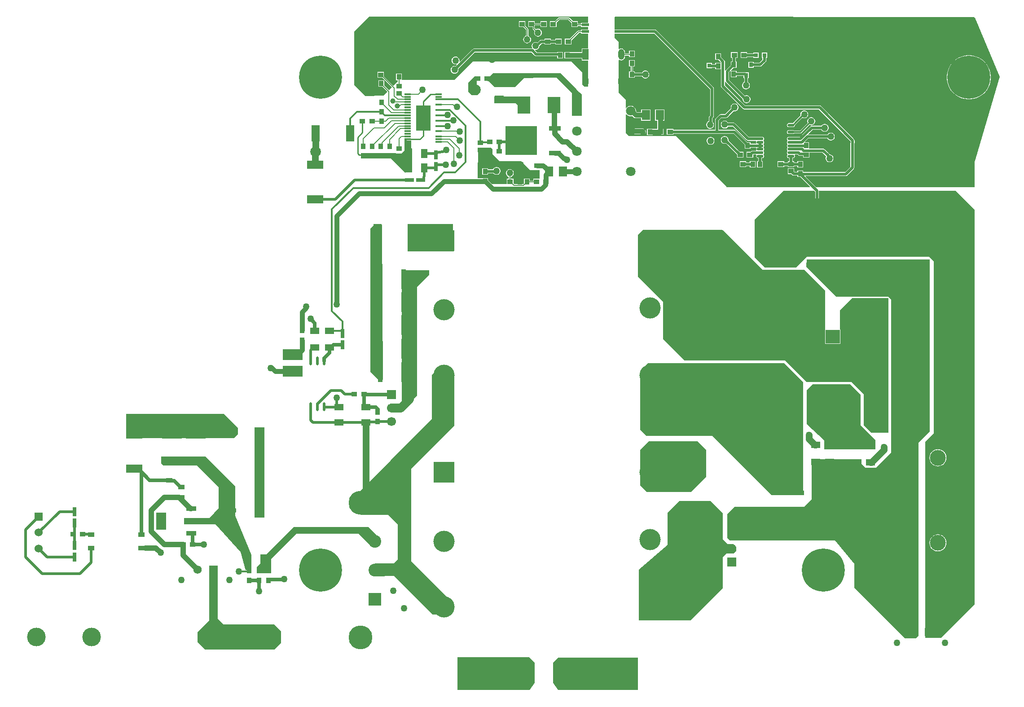
<source format=gtl>
G04*
G04 #@! TF.GenerationSoftware,Altium Limited,Altium Designer,22.5.1 (42)*
G04*
G04 Layer_Physical_Order=1*
G04 Layer_Color=255*
%FSLAX25Y25*%
%MOIN*%
G70*
G04*
G04 #@! TF.SameCoordinates,02EF2946-DDE5-4D11-B7C9-AFF3A69701B4*
G04*
G04*
G04 #@! TF.FilePolarity,Positive*
G04*
G01*
G75*
%ADD11C,0.00787*%
%ADD14C,0.01000*%
%ADD15C,0.00800*%
%ADD17C,0.03937*%
%ADD20R,0.03150X0.03150*%
%ADD21R,0.03543X0.03937*%
%ADD22R,0.03150X0.03543*%
%ADD23R,0.03150X0.03150*%
%ADD24O,0.05118X0.01968*%
%ADD25R,0.10787X0.15197*%
%ADD26R,0.03937X0.03543*%
%ADD27R,0.06693X0.04528*%
%ADD28R,0.06102X0.07284*%
%ADD29R,0.05512X0.02165*%
%ADD30O,0.04500X0.08000*%
%ADD31R,0.04500X0.08000*%
%ADD32R,0.09843X0.03543*%
%ADD33R,0.09449X0.12402*%
%ADD34R,0.23622X0.21457*%
%ADD35R,0.09055X0.03740*%
%ADD36R,0.07087X0.05118*%
%ADD37R,0.10787X0.18701*%
%ADD38R,0.04921X0.01378*%
%ADD39R,0.05118X0.07087*%
%ADD40R,0.06890X0.02756*%
%ADD41R,0.02756X0.06890*%
%ADD42O,0.02165X0.06496*%
%ADD43R,0.14764X0.08268*%
%ADD44R,0.03543X0.14961*%
%ADD45R,0.06299X0.12205*%
%ADD46R,0.14961X0.03543*%
%ADD47R,0.04528X0.06693*%
%ADD48R,0.12205X0.06299*%
%ADD49R,0.04803X0.03583*%
%ADD50R,0.05118X0.03543*%
%ADD51R,0.07677X0.03543*%
%ADD52R,0.07677X0.12795*%
%ADD93C,0.05000*%
%ADD94C,0.06181*%
%ADD95R,0.06181X0.06181*%
%ADD108C,0.10827*%
%ADD109R,0.10827X0.10827*%
%ADD110C,0.11811*%
%ADD116C,0.01968*%
%ADD117C,0.03543*%
%ADD118C,0.02500*%
%ADD119C,0.06299*%
%ADD120C,0.02000*%
%ADD121C,0.01200*%
%ADD122C,0.01378*%
%ADD123C,0.05000*%
%ADD124C,0.15748*%
%ADD125R,0.15748X0.15748*%
%ADD126C,0.06000*%
%ADD127R,0.06000X0.06000*%
G04:AMPARAMS|DCode=128|XSize=55.12mil|YSize=55.12mil|CornerRadius=13.78mil|HoleSize=0mil|Usage=FLASHONLY|Rotation=90.000|XOffset=0mil|YOffset=0mil|HoleType=Round|Shape=RoundedRectangle|*
%AMROUNDEDRECTD128*
21,1,0.05512,0.02756,0,0,90.0*
21,1,0.02756,0.05512,0,0,90.0*
1,1,0.02756,0.01378,0.01378*
1,1,0.02756,0.01378,-0.01378*
1,1,0.02756,-0.01378,-0.01378*
1,1,0.02756,-0.01378,0.01378*
%
%ADD128ROUNDEDRECTD128*%
%ADD129C,0.05512*%
%ADD130C,0.13780*%
%ADD131R,0.06693X0.06693*%
%ADD132C,0.06693*%
%ADD133C,0.07087*%
%ADD134R,0.07087X0.07087*%
%ADD135R,0.09449X0.09449*%
%ADD136C,0.09449*%
%ADD137C,0.17717*%
G04:AMPARAMS|DCode=138|XSize=55.12mil|YSize=55.12mil|CornerRadius=13.78mil|HoleSize=0mil|Usage=FLASHONLY|Rotation=0.000|XOffset=0mil|YOffset=0mil|HoleType=Round|Shape=RoundedRectangle|*
%AMROUNDEDRECTD138*
21,1,0.05512,0.02756,0,0,0.0*
21,1,0.02756,0.05512,0,0,0.0*
1,1,0.02756,0.01378,-0.01378*
1,1,0.02756,-0.01378,-0.01378*
1,1,0.02756,-0.01378,0.01378*
1,1,0.02756,0.01378,0.01378*
%
%ADD138ROUNDEDRECTD138*%
%ADD139R,0.10630X0.09843*%
%ADD140O,0.10630X0.09843*%
%ADD141O,0.11811X0.21654*%
%ADD142C,0.31890*%
%ADD143C,0.07874*%
%ADD144C,0.01968*%
%ADD145C,0.03937*%
G36*
X697539Y495520D02*
X692146D01*
Y494846D01*
X689862D01*
Y496665D01*
X686273D01*
X683771Y499168D01*
X683510Y499342D01*
X683203Y499403D01*
X675643D01*
X675643Y499403D01*
X675336Y499342D01*
X675076Y499168D01*
X672573Y496665D01*
X669181D01*
Y492335D01*
X673906D01*
Y495727D01*
X675976Y497797D01*
X682871D01*
X685138Y495530D01*
Y492335D01*
X689862D01*
Y493240D01*
X692146D01*
Y492567D01*
X697539D01*
Y490520D01*
X692146D01*
Y489846D01*
X690327D01*
X690020Y489785D01*
X689759Y489611D01*
X683813Y483665D01*
X680224D01*
Y479335D01*
X684949D01*
Y482530D01*
X690659Y488240D01*
X692146D01*
Y487567D01*
X697539D01*
Y476437D01*
X692856D01*
Y473708D01*
X684165D01*
Y473862D01*
X679835D01*
Y471713D01*
X679792Y471500D01*
X679835Y471287D01*
Y469138D01*
X684165D01*
Y469292D01*
X692856D01*
Y467650D01*
X697539D01*
Y448327D01*
X694424D01*
X693935Y448728D01*
X693408Y449371D01*
X693300Y449512D01*
X693110Y449776D01*
Y458858D01*
X685039Y466929D01*
X612008D01*
X598228Y453150D01*
X559116D01*
Y457710D01*
X554785D01*
Y452985D01*
X556141D01*
Y452204D01*
X552853Y448916D01*
X545899Y455870D01*
Y459056D01*
X541175D01*
Y454725D01*
X544755D01*
X551709Y447772D01*
X549520Y445583D01*
X545931Y449173D01*
Y452753D01*
X541600D01*
Y448028D01*
X544786D01*
X548376Y444439D01*
X545472Y441535D01*
X532111Y441118D01*
X523721Y449508D01*
X523720Y488967D01*
X534753Y500000D01*
X558661D01*
X558760Y500098D01*
X697539D01*
Y495520D01*
D02*
G37*
G36*
X656600Y458100D02*
X656600Y458100D01*
X677000D01*
X688872Y446228D01*
X689015Y445960D01*
X689985Y444778D01*
X691167Y443808D01*
X691435Y443665D01*
X692600Y442500D01*
Y426400D01*
X685500D01*
X685400Y426500D01*
Y443200D01*
X673900Y454700D01*
X656700D01*
X656600Y454600D01*
X649900D01*
X643200Y447900D01*
X627900D01*
X623500Y452300D01*
X622737D01*
Y455482D01*
X623095Y455831D01*
X624300Y455800D01*
X626700Y458200D01*
X656559D01*
X656600Y458100D01*
D02*
G37*
G36*
X614863Y446816D02*
X617200D01*
Y443900D01*
X615000Y441700D01*
X611200D01*
X608500Y444400D01*
Y451000D01*
X613400Y455900D01*
X614863D01*
Y446816D01*
D02*
G37*
G36*
X628700Y440700D02*
X654400D01*
Y428300D01*
X645000D01*
Y434600D01*
X643700Y435900D01*
X628157D01*
X627806Y436257D01*
X627889Y440861D01*
X628352Y441048D01*
X628700Y440700D01*
D02*
G37*
G36*
X984153Y499902D02*
X984744Y499311D01*
X1003000Y455409D01*
X984744Y393012D01*
X984449Y392717D01*
Y373622D01*
X866625D01*
X858854Y381393D01*
X859045Y381855D01*
X888860D01*
X889398Y381962D01*
X889853Y382266D01*
X894593Y387007D01*
X894898Y387462D01*
X895005Y388000D01*
Y405681D01*
X895183Y405947D01*
X895290Y406485D01*
Y408115D01*
X895183Y408653D01*
X894878Y409109D01*
X870293Y433694D01*
X869838Y433998D01*
X869300Y434105D01*
X813982D01*
X798905Y449182D01*
Y451898D01*
X799402Y451962D01*
X799707Y451507D01*
X812206Y439007D01*
Y438419D01*
X812403Y437683D01*
X812784Y437023D01*
X813323Y436484D01*
X813983Y436103D01*
X814719Y435906D01*
X815481D01*
X816217Y436103D01*
X816877Y436484D01*
X817416Y437023D01*
X817797Y437683D01*
X817994Y438419D01*
Y439181D01*
X817797Y439917D01*
X817416Y440577D01*
X816877Y441116D01*
X816217Y441497D01*
X815481Y441694D01*
X814719D01*
X813983Y441497D01*
X813797Y441389D01*
X802105Y453082D01*
Y458964D01*
X802835Y459694D01*
X803335Y459487D01*
Y455094D01*
X807665D01*
Y456052D01*
X812791D01*
Y454398D01*
X813275D01*
Y451676D01*
X812823Y451415D01*
X812284Y450877D01*
X811903Y450217D01*
X811706Y449481D01*
Y448719D01*
X811903Y447983D01*
X812284Y447323D01*
X812823Y446784D01*
X813483Y446404D01*
X814219Y446206D01*
X814981D01*
X815717Y446404D01*
X816377Y446784D01*
X816916Y447323D01*
X817297Y447983D01*
X817494Y448719D01*
Y449481D01*
X817297Y450217D01*
X816916Y450877D01*
X816377Y451415D01*
X816085Y451584D01*
Y454398D01*
X816728D01*
Y458728D01*
X814640D01*
X814601Y458755D01*
X814063Y458862D01*
X807665D01*
Y459819D01*
X803666D01*
X803459Y460319D01*
X805322Y462181D01*
X807665D01*
Y466905D01*
X807112D01*
Y469335D01*
X808276D01*
Y473665D01*
X803551D01*
Y469335D01*
X804302D01*
Y466905D01*
X803335D01*
Y464168D01*
X799707Y460540D01*
X799402Y460084D01*
X798905Y460148D01*
Y466847D01*
X798798Y467384D01*
X798493Y467840D01*
X796165Y470168D01*
Y472905D01*
X791835D01*
Y468181D01*
X794178D01*
X796041Y466319D01*
X795964Y465819D01*
X791835D01*
Y464984D01*
X789468D01*
Y465669D01*
X785532D01*
Y461732D01*
X789468D01*
Y462174D01*
X791835D01*
Y461095D01*
X796095D01*
Y448600D01*
X796202Y448062D01*
X796507Y447607D01*
X812407Y431706D01*
X812862Y431402D01*
X813400Y431295D01*
X868718D01*
X892480Y407533D01*
Y407004D01*
X892302Y406738D01*
X892195Y406200D01*
Y388582D01*
X888278Y384665D01*
X857165D01*
Y385819D01*
X852835D01*
Y384862D01*
X850665D01*
X850362Y385164D01*
Y387508D01*
X845638D01*
Y383177D01*
X848375D01*
X849089Y382463D01*
X849545Y382159D01*
X850083Y382052D01*
X852835D01*
Y381095D01*
X855178D01*
X862189Y374084D01*
X861998Y373622D01*
X800492D01*
X762598Y411516D01*
X727461D01*
X725295Y413681D01*
Y427543D01*
X725795Y427677D01*
X725850Y427583D01*
X726583Y426850D01*
X727480Y426331D01*
X728482Y426063D01*
X729518D01*
X730314Y426276D01*
X731151Y425439D01*
X731868Y424960D01*
X732712Y424792D01*
X736795D01*
Y422965D01*
X743685D01*
Y431035D01*
X736795D01*
Y429208D01*
X733627D01*
X732937Y429898D01*
Y430518D01*
X732669Y431520D01*
X732150Y432417D01*
X731417Y433150D01*
X730520Y433669D01*
X729518Y433937D01*
X728482D01*
X727480Y433669D01*
X726583Y433150D01*
X725850Y432417D01*
X725795Y432323D01*
X725295Y432457D01*
Y438484D01*
X720079Y443701D01*
Y467805D01*
X720579Y468052D01*
X720667Y467984D01*
X721310Y467718D01*
X722000Y467627D01*
X722690Y467718D01*
X723333Y467984D01*
X723885Y468408D01*
X724309Y468960D01*
X724576Y469603D01*
X724667Y470293D01*
Y471241D01*
X727835D01*
Y470138D01*
X732165D01*
Y474862D01*
X727835D01*
Y472846D01*
X724667D01*
Y473793D01*
X724576Y474483D01*
X724309Y475127D01*
X723885Y475679D01*
X723333Y476103D01*
X722690Y476369D01*
X722000Y476460D01*
X721310Y476369D01*
X720667Y476103D01*
X720579Y476035D01*
X720079Y476282D01*
Y481398D01*
X717028Y484449D01*
Y487567D01*
X722854D01*
Y487638D01*
X746575D01*
X787995Y446218D01*
Y426819D01*
X787422Y426246D01*
X787118Y425790D01*
X787011Y425253D01*
Y422531D01*
X786883Y422497D01*
X786223Y422116D01*
X785684Y421577D01*
X785303Y420917D01*
X785106Y420181D01*
Y419419D01*
X785303Y418683D01*
X785684Y418023D01*
X786223Y417485D01*
X786883Y417103D01*
X787619Y416906D01*
X788381D01*
X789117Y417103D01*
X789777Y417485D01*
X790315Y418023D01*
X790696Y418683D01*
X790894Y419419D01*
Y420181D01*
X790696Y420917D01*
X790315Y421577D01*
X789821Y422072D01*
Y424671D01*
X790393Y425244D01*
X790698Y425699D01*
X790805Y426237D01*
Y446800D01*
X790698Y447338D01*
X790393Y447793D01*
X748150Y490037D01*
X747694Y490341D01*
X747157Y490448D01*
X722854D01*
Y490520D01*
X717028D01*
Y499541D01*
X717487Y500000D01*
X984153Y499902D01*
D02*
G37*
G36*
X562287Y409730D02*
X562555Y409300D01*
X562523Y409142D01*
X562593Y408794D01*
X562790Y408498D01*
X563086Y408301D01*
X563435Y408231D01*
X565900D01*
Y402700D01*
X566800Y401800D01*
Y384400D01*
X561800D01*
X561700Y384300D01*
X551100Y394900D01*
X528600D01*
Y396727D01*
X529282D01*
X529806Y396203D01*
X530102Y396005D01*
X530450Y395936D01*
X530799Y396005D01*
X531095Y396203D01*
X531292Y396498D01*
X531362Y396847D01*
X531292Y397196D01*
X531095Y397492D01*
X530304Y398282D01*
X530128Y398400D01*
X530263Y398900D01*
X554700D01*
X555000Y398600D01*
X558900D01*
Y398800D01*
X560900Y400800D01*
X561000Y409800D01*
X562198D01*
X562287Y409730D01*
D02*
G37*
G36*
X626378Y401772D02*
Y398031D01*
X631496Y392913D01*
X647539D01*
X654331Y386122D01*
X661319D01*
Y380165D01*
X661319Y379665D01*
X656595D01*
Y378303D01*
X654165D01*
Y379862D01*
X649835D01*
Y376273D01*
X649447Y375886D01*
X642490D01*
X641905Y376470D01*
Y379665D01*
X640103D01*
Y381219D01*
X640417Y381304D01*
X641077Y381684D01*
X641615Y382223D01*
X641996Y382883D01*
X642194Y383619D01*
Y384381D01*
X641996Y385117D01*
X641615Y385777D01*
X641077Y386315D01*
X640417Y386697D01*
X639681Y386894D01*
X638919D01*
X638183Y386697D01*
X637523Y386315D01*
X636984Y385777D01*
X636603Y385117D01*
X636406Y384381D01*
Y383619D01*
X636603Y382883D01*
X636984Y382223D01*
X637523Y381684D01*
X638183Y381304D01*
X638497Y381219D01*
Y379665D01*
X637181D01*
Y375886D01*
X625996D01*
X623165Y378717D01*
Y380319D01*
X618835D01*
Y380165D01*
X615838D01*
X615486Y380519D01*
X615650Y402953D01*
X625197D01*
X626378Y401772D01*
D02*
G37*
G36*
X597616Y326157D02*
X597266Y325800D01*
X563500D01*
Y346200D01*
X597180D01*
X597616Y326157D01*
D02*
G37*
G36*
X544942Y230754D02*
X544589Y230400D01*
X541700D01*
X535700Y236400D01*
Y342700D01*
X538400Y345400D01*
X544470D01*
X544942Y230754D01*
D02*
G37*
G36*
X579500Y308400D02*
X570500Y299400D01*
Y218900D01*
X557900Y206300D01*
X557385D01*
X557147Y206538D01*
X555696Y207508D01*
X554084Y208175D01*
X552373Y208516D01*
X550628D01*
X549400Y208272D01*
X548900Y208682D01*
Y211300D01*
X550300Y212700D01*
X557000D01*
X559000Y214700D01*
Y311800D01*
X579500D01*
Y308400D01*
D02*
G37*
G36*
X826900Y312100D02*
X858100D01*
X873263Y296937D01*
Y257300D01*
X873291D01*
Y257177D01*
X884709D01*
Y267807D01*
X884500D01*
Y282000D01*
X893700Y291200D01*
X920300D01*
Y191000D01*
X907800D01*
X902100Y196700D01*
Y219700D01*
X892900Y228900D01*
X859700D01*
X843800Y244800D01*
X769100Y244800D01*
X753200Y260700D01*
Y288300D01*
X734400Y307100D01*
Y338200D01*
X738100Y341900D01*
X797100Y341900D01*
X826900Y312100D01*
D02*
G37*
G36*
X437500Y194500D02*
Y190000D01*
X434500Y187000D01*
X354500D01*
X354500Y205000D01*
X427000D01*
X437500Y194500D01*
D02*
G37*
G36*
X899700Y219600D02*
Y196900D01*
X910700Y185900D01*
Y178981D01*
X872606D01*
Y185470D01*
X859797Y197396D01*
X859734Y222934D01*
X864100Y227300D01*
X892000D01*
X899700Y219600D01*
D02*
G37*
G36*
X950900Y191800D02*
X942800Y183700D01*
X942800Y40400D01*
X941000Y38600D01*
X932600Y38600D01*
X894929Y76271D01*
X895163Y93792D01*
X880622Y111300D01*
X802600D01*
X800700Y113200D01*
X800700Y130900D01*
X806000Y136200D01*
X857800Y136200D01*
X863300Y141700D01*
Y171600D01*
X900400D01*
Y167814D01*
X903506Y165300D01*
X911000D01*
X922300Y176600D01*
X922300Y290000D01*
X920000Y292300D01*
X881600D01*
X859600Y314300D01*
Y319700D01*
X950900D01*
Y191800D01*
D02*
G37*
G36*
X785200Y178297D02*
X785200Y158400D01*
X774100Y147300D01*
X741000Y147300D01*
X736200Y152100D01*
Y178600D01*
X742400Y184800D01*
X778697D01*
X785200Y178297D01*
D02*
G37*
G36*
X857200Y228600D02*
Y145200D01*
X857034Y144800D01*
X833700D01*
X789700Y188800D01*
X740600Y188800D01*
X736100Y193300D01*
Y237000D01*
X741800Y242700D01*
X843100D01*
X857200Y228600D01*
D02*
G37*
G36*
X456900Y128000D02*
X449800D01*
Y195200D01*
X456900D01*
Y128000D01*
D02*
G37*
G36*
X543400Y112000D02*
X537700Y106300D01*
Y106000D01*
X537000D01*
X526800Y116200D01*
X480700D01*
X462100Y97600D01*
Y90800D01*
X461900Y90600D01*
Y86800D01*
X451500D01*
X451400Y86841D01*
Y91300D01*
X454100Y94000D01*
Y100800D01*
X458300D01*
X478700Y121200D01*
X534200D01*
X543400Y112000D01*
D02*
G37*
G36*
X435500Y151500D02*
Y129500D01*
X447413Y100400D01*
Y86800D01*
X445380D01*
X445331Y87300D01*
X445652Y87364D01*
X445981Y87584D01*
X446366Y87969D01*
X446586Y88297D01*
X446663Y88685D01*
X446586Y89073D01*
X446366Y89401D01*
X446037Y89621D01*
X445650Y89698D01*
X445262Y89621D01*
X444933Y89401D01*
X444845Y89313D01*
X443153D01*
X439244Y102461D01*
X420764Y123300D01*
X397500D01*
Y127900D01*
X416347D01*
X423100Y135075D01*
Y150700D01*
X406900Y166900D01*
X382100D01*
X380500Y168500D01*
Y173500D01*
X413500D01*
X435500Y151500D01*
D02*
G37*
G36*
X598000Y234000D02*
Y196300D01*
X566100Y164400D01*
X566100Y95800D01*
X595400Y66500D01*
Y56300D01*
X581950D01*
X553500Y84750D01*
X539356Y84569D01*
X539000Y84920D01*
Y94000D01*
X553000D01*
X556000Y97000D01*
X556000Y123000D01*
X549000Y130000D01*
X528419D01*
X520400Y139800D01*
X581500Y201500D01*
Y234000D01*
X589600Y240400D01*
X598000Y234000D01*
D02*
G37*
G36*
X797400Y131500D02*
X797400Y112200D01*
X801200Y108400D01*
X805500Y108400D01*
X807400Y106500D01*
Y103600D01*
X805400Y101600D01*
X800200Y101600D01*
X797400Y98800D01*
Y75700D01*
X773500Y51800D01*
X735000Y51800D01*
X735000Y89469D01*
X756300Y107917D01*
Y131900D01*
X764900Y140500D01*
X788400D01*
X797400Y131500D01*
D02*
G37*
G36*
X865423Y370850D02*
X865995Y370278D01*
Y361410D01*
X866102Y360873D01*
X866407Y360417D01*
X866862Y360112D01*
X867400Y360005D01*
X867938Y360112D01*
X868393Y360417D01*
X868698Y360873D01*
X868805Y361410D01*
Y370850D01*
X970363Y370850D01*
X984463Y356750D01*
Y63950D01*
X959263Y38750D01*
X947763D01*
Y184450D01*
X954163Y190850D01*
Y318437D01*
X950650Y321950D01*
X859950Y321950D01*
X851750Y313750D01*
X828850D01*
X821163Y321437D01*
X821163Y349550D01*
X842463Y370850D01*
X865423D01*
D02*
G37*
G36*
X422500Y52800D02*
X426600Y48700D01*
X464300Y48700D01*
X469500Y43500D01*
X469500Y35000D01*
X464500Y30000D01*
X413000D01*
X407500Y35500D01*
X407500Y43200D01*
X416000Y51700D01*
X416000Y92500D01*
X422500D01*
Y52800D01*
D02*
G37*
G36*
X734252Y197D02*
X734170Y0D01*
X675197D01*
X671457Y5610D01*
Y20472D01*
X675295Y24311D01*
X734252D01*
Y197D01*
D02*
G37*
G36*
X657677Y20472D02*
Y5512D01*
X654232Y0D01*
X600336D01*
X600295Y98D01*
Y24508D01*
X653642D01*
X657677Y20472D01*
D02*
G37*
%LPC*%
G36*
X666819Y496665D02*
X662094D01*
Y495303D01*
X657862D01*
Y496665D01*
X653138D01*
Y492335D01*
X656272D01*
Y491325D01*
X656333Y491018D01*
X656507Y490758D01*
X657653Y489612D01*
X657381Y488955D01*
X657281Y488200D01*
X657381Y487445D01*
X657672Y486741D01*
X658136Y486136D01*
X658741Y485672D01*
X659445Y485381D01*
X660200Y485281D01*
X660955Y485381D01*
X661659Y485672D01*
X662264Y486136D01*
X662728Y486741D01*
X663019Y487445D01*
X663119Y488200D01*
X663019Y488955D01*
X662728Y489659D01*
X662264Y490264D01*
X661659Y490728D01*
X660955Y491019D01*
X660200Y491119D01*
X659445Y491019D01*
X658788Y490747D01*
X657878Y491658D01*
Y493122D01*
X657878Y493122D01*
X657862Y493200D01*
Y493697D01*
X662094D01*
Y492335D01*
X666819D01*
Y496665D01*
D02*
G37*
G36*
X677862Y483665D02*
X673138D01*
Y482905D01*
X669862D01*
Y483665D01*
X665138D01*
Y482905D01*
X662320D01*
X661783Y482798D01*
X661327Y482493D01*
X659790Y480956D01*
X659155Y481219D01*
X658400Y481319D01*
X657645Y481219D01*
X656941Y480928D01*
X656336Y480464D01*
X655872Y479859D01*
X655581Y479155D01*
X655481Y478400D01*
X655581Y477645D01*
X655872Y476941D01*
X655900Y476905D01*
X655653Y476405D01*
X612600D01*
X612062Y476298D01*
X611607Y475993D01*
X602281Y466668D01*
X602052Y466750D01*
X601831Y466925D01*
X601919Y467588D01*
X601819Y468344D01*
X601528Y469047D01*
X601064Y469652D01*
X600459Y470116D01*
X599755Y470407D01*
X599000Y470507D01*
X598245Y470407D01*
X597541Y470116D01*
X596936Y469652D01*
X596472Y469047D01*
X596181Y468344D01*
X596081Y467588D01*
X596181Y466833D01*
X596472Y466129D01*
X596936Y465524D01*
X597541Y465061D01*
X598245Y464769D01*
X599000Y464670D01*
X599663Y464757D01*
X599838Y464536D01*
X599920Y464307D01*
X599110Y463497D01*
X599055Y463519D01*
X598300Y463619D01*
X597545Y463519D01*
X596841Y463228D01*
X596236Y462764D01*
X595772Y462159D01*
X595481Y461455D01*
X595381Y460700D01*
X595481Y459945D01*
X595772Y459241D01*
X596236Y458636D01*
X596841Y458172D01*
X597545Y457881D01*
X598300Y457781D01*
X599055Y457881D01*
X599759Y458172D01*
X600364Y458636D01*
X600828Y459241D01*
X601119Y459945D01*
X601219Y460700D01*
X601119Y461455D01*
X601097Y461510D01*
X613182Y473595D01*
X655418D01*
X657807Y471207D01*
X658262Y470902D01*
X658800Y470795D01*
X674520D01*
Y469138D01*
X678850D01*
Y473862D01*
X674520D01*
Y473605D01*
X659382D01*
X657951Y475036D01*
X658184Y475510D01*
X658400Y475481D01*
X659155Y475581D01*
X659859Y475872D01*
X660464Y476336D01*
X660928Y476941D01*
X661219Y477645D01*
X661319Y478400D01*
X661306Y478499D01*
X662902Y480095D01*
X665138D01*
Y479335D01*
X669862D01*
Y480095D01*
X673138D01*
Y479335D01*
X677862D01*
Y483665D01*
D02*
G37*
G36*
X650776Y496665D02*
X646051D01*
Y492335D01*
X649443D01*
X651297Y490481D01*
Y486000D01*
X650641Y485728D01*
X650036Y485264D01*
X649572Y484659D01*
X649281Y483955D01*
X649181Y483200D01*
X649281Y482445D01*
X649572Y481741D01*
X650036Y481136D01*
X650641Y480672D01*
X651345Y480381D01*
X652100Y480281D01*
X652855Y480381D01*
X653559Y480672D01*
X654164Y481136D01*
X654628Y481741D01*
X654919Y482445D01*
X655019Y483200D01*
X654919Y483955D01*
X654628Y484659D01*
X654164Y485264D01*
X653559Y485728D01*
X652903Y486000D01*
Y490813D01*
X652842Y491121D01*
X652668Y491381D01*
X650776Y493273D01*
Y496665D01*
D02*
G37*
G36*
X815362Y473665D02*
X810638D01*
Y469335D01*
X815362D01*
Y470095D01*
X820032D01*
Y469531D01*
X823969D01*
Y473468D01*
X820032D01*
Y472905D01*
X815362D01*
Y473665D01*
D02*
G37*
G36*
X830268Y473468D02*
X826331D01*
Y469531D01*
X826895D01*
Y468182D01*
X824555Y465842D01*
X820469D01*
Y466602D01*
X816531D01*
Y462272D01*
X820469D01*
Y463032D01*
X825137D01*
X825675Y463139D01*
X826130Y463444D01*
X829293Y466607D01*
X829598Y467062D01*
X829705Y467600D01*
Y469531D01*
X830268D01*
Y473468D01*
D02*
G37*
G36*
X732165Y467776D02*
X727835D01*
Y463051D01*
X729197D01*
Y459406D01*
X727835D01*
Y454681D01*
X732165D01*
Y455717D01*
X737415D01*
X737584Y455423D01*
X738123Y454884D01*
X738783Y454503D01*
X739519Y454306D01*
X740281D01*
X741017Y454503D01*
X741677Y454884D01*
X742215Y455423D01*
X742596Y456083D01*
X742794Y456819D01*
Y457581D01*
X742596Y458317D01*
X742215Y458977D01*
X741677Y459515D01*
X741017Y459897D01*
X740281Y460094D01*
X739519D01*
X738783Y459897D01*
X738123Y459515D01*
X737584Y458977D01*
X737324Y458527D01*
X732165D01*
Y459406D01*
X730803D01*
Y463051D01*
X732165D01*
Y467776D01*
D02*
G37*
G36*
X981197Y471398D02*
X979055D01*
X976932Y471118D01*
X974863Y470564D01*
X972884Y469744D01*
X971029Y468673D01*
X969330Y467369D01*
X967816Y465855D01*
X966512Y464156D01*
X965441Y462301D01*
X964621Y460322D01*
X964067Y458253D01*
X963787Y456130D01*
Y453988D01*
X964067Y451865D01*
X964621Y449796D01*
X965441Y447817D01*
X966512Y445962D01*
X967816Y444263D01*
X969330Y442749D01*
X971029Y441445D01*
X972884Y440374D01*
X974863Y439554D01*
X976932Y439000D01*
X979055Y438721D01*
X981197D01*
X983320Y439000D01*
X985389Y439554D01*
X987368Y440374D01*
X989223Y441445D01*
X990922Y442749D01*
X992436Y444263D01*
X993740Y445962D01*
X994811Y447817D01*
X995631Y449796D01*
X996185Y451865D01*
X996465Y453988D01*
Y456130D01*
X996185Y458253D01*
X995631Y460322D01*
X994811Y462301D01*
X993740Y464156D01*
X992436Y465855D01*
X990922Y467369D01*
X989223Y468673D01*
X987368Y469744D01*
X985389Y470564D01*
X983320Y471118D01*
X981197Y471398D01*
D02*
G37*
G36*
X806581Y435594D02*
X805819D01*
X805083Y435396D01*
X804423Y435015D01*
X803885Y434477D01*
X803504Y433817D01*
X803306Y433081D01*
Y432319D01*
X803417Y431904D01*
X799218Y427705D01*
X795800D01*
X795262Y427598D01*
X794806Y427293D01*
X792106Y424593D01*
X791802Y424138D01*
X791695Y423600D01*
Y416005D01*
X760605D01*
Y416765D01*
X755881D01*
Y412435D01*
X760605D01*
Y413195D01*
X805507D01*
X813650Y405052D01*
Y402138D01*
X817980D01*
Y402859D01*
X822103D01*
X822370Y402359D01*
X822293Y402242D01*
X822186Y401705D01*
X822293Y401167D01*
X822370Y401051D01*
X822103Y400551D01*
X819386D01*
X818848Y400444D01*
X818392Y400139D01*
X817919Y399665D01*
X815181D01*
Y395335D01*
X819905D01*
Y397678D01*
X819968Y397741D01*
X822103D01*
X822370Y397241D01*
X822293Y397124D01*
X822186Y396587D01*
X822293Y396049D01*
X822597Y395593D01*
X823053Y395289D01*
X823591Y395182D01*
X823678D01*
Y392862D01*
X822835D01*
Y388138D01*
X827165D01*
Y392862D01*
X826488D01*
Y395182D01*
X826740D01*
X827278Y395289D01*
X827734Y395593D01*
X828038Y396049D01*
X828145Y396587D01*
X828038Y397124D01*
X827747Y397560D01*
X827680Y397692D01*
Y398040D01*
X827747Y398172D01*
X828038Y398608D01*
X828145Y399146D01*
X828038Y399683D01*
X827747Y400119D01*
X827680Y400251D01*
Y400599D01*
X827747Y400732D01*
X828038Y401167D01*
X828145Y401705D01*
X828038Y402242D01*
X827734Y402698D01*
X827680Y402734D01*
Y403234D01*
X827734Y403270D01*
X828038Y403726D01*
X828145Y404264D01*
X828038Y404801D01*
X827747Y405237D01*
X827680Y405369D01*
Y405718D01*
X827747Y405850D01*
X828038Y406285D01*
X828145Y406823D01*
X828038Y407361D01*
X827734Y407816D01*
X827680Y407852D01*
Y408352D01*
X827734Y408388D01*
X828038Y408844D01*
X828145Y409382D01*
X828038Y409920D01*
X827734Y410375D01*
X827278Y410680D01*
X826740Y410787D01*
X816696D01*
X806490Y420994D01*
X806034Y421298D01*
X805496Y421405D01*
X801330D01*
X801116Y421777D01*
X800577Y422316D01*
X799917Y422696D01*
X799181Y422894D01*
X798419D01*
X797683Y422696D01*
X797023Y422316D01*
X796485Y421777D01*
X796103Y421117D01*
X795906Y420381D01*
Y419619D01*
X796103Y418883D01*
X796485Y418223D01*
X797023Y417685D01*
X797683Y417304D01*
X798419Y417106D01*
X799181D01*
X799917Y417304D01*
X800577Y417685D01*
X801116Y418223D01*
X801330Y418595D01*
X804914D01*
X815121Y408388D01*
X815577Y408084D01*
X816115Y407977D01*
X822103D01*
X822370Y407477D01*
X822293Y407361D01*
X822186Y406823D01*
X822293Y406285D01*
X822370Y406169D01*
X822103Y405669D01*
X817980D01*
Y406862D01*
X815814D01*
X807082Y415593D01*
X806627Y415898D01*
X806089Y416005D01*
X794505D01*
Y423018D01*
X796382Y424895D01*
X799800D01*
X800338Y425002D01*
X800793Y425307D01*
X805404Y429917D01*
X805819Y429806D01*
X806581D01*
X807317Y430003D01*
X807977Y430384D01*
X808515Y430923D01*
X808897Y431583D01*
X809094Y432319D01*
Y433081D01*
X808897Y433817D01*
X808515Y434477D01*
X807977Y435015D01*
X807317Y435396D01*
X806581Y435594D01*
D02*
G37*
G36*
X858281Y430494D02*
X857519D01*
X856783Y430297D01*
X856123Y429916D01*
X855585Y429377D01*
X855204Y428717D01*
X855006Y427981D01*
Y427219D01*
X855162Y426638D01*
X849547Y421023D01*
X846425D01*
X845888Y420916D01*
X845432Y420612D01*
X845127Y420156D01*
X845020Y419618D01*
X845127Y419080D01*
X845432Y418625D01*
X845888Y418320D01*
X846425Y418213D01*
X849575D01*
X850112Y418320D01*
X850568Y418625D01*
X850873Y419080D01*
X850973Y419583D01*
X856472Y425083D01*
X856783Y424903D01*
X857519Y424706D01*
X858281D01*
X859017Y424903D01*
X859677Y425284D01*
X860215Y425823D01*
X860596Y426483D01*
X860794Y427219D01*
Y427981D01*
X860596Y428717D01*
X860215Y429377D01*
X859677Y429916D01*
X859017Y430297D01*
X858281Y430494D01*
D02*
G37*
G36*
X863481Y425394D02*
X862719D01*
X861983Y425197D01*
X861323Y424816D01*
X860785Y424277D01*
X860404Y423617D01*
X860206Y422881D01*
Y422119D01*
X860404Y421383D01*
X860457Y421290D01*
X854680Y415513D01*
X850539D01*
X850112Y415798D01*
X849575Y415905D01*
X846425D01*
X845888Y415798D01*
X845432Y415493D01*
X845127Y415038D01*
X845020Y414500D01*
X845127Y413962D01*
X845432Y413507D01*
X845888Y413202D01*
X846425Y413095D01*
X849575D01*
X850112Y413202D01*
X850539Y413487D01*
X855100D01*
X855488Y413564D01*
X855816Y413784D01*
X861890Y419857D01*
X861983Y419803D01*
X862719Y419606D01*
X863481D01*
X864217Y419803D01*
X864877Y420185D01*
X865415Y420723D01*
X865796Y421383D01*
X865994Y422119D01*
Y422881D01*
X865796Y423617D01*
X865415Y424277D01*
X864877Y424816D01*
X864217Y425197D01*
X863481Y425394D01*
D02*
G37*
G36*
X754118Y431035D02*
X747228D01*
Y422965D01*
X748752D01*
Y416808D01*
X745523D01*
Y416962D01*
X741192D01*
Y414813D01*
X741150Y414600D01*
X741192Y414387D01*
Y412238D01*
X745523D01*
Y412392D01*
X751157D01*
X751370Y412435D01*
X753519D01*
Y416765D01*
X753168D01*
Y422965D01*
X754118D01*
Y431035D01*
D02*
G37*
G36*
X873481Y420494D02*
X872719D01*
X871983Y420296D01*
X871323Y419915D01*
X870784Y419377D01*
X870570Y419005D01*
X863413D01*
X862875Y418898D01*
X862420Y418594D01*
X854613Y410787D01*
X846425D01*
X845888Y410680D01*
X845432Y410375D01*
X845127Y409920D01*
X845020Y409382D01*
X845127Y408844D01*
X845418Y408409D01*
X845486Y408277D01*
Y407928D01*
X845418Y407796D01*
X845127Y407361D01*
X845020Y406823D01*
X845127Y406285D01*
X845418Y405850D01*
X845486Y405718D01*
Y405369D01*
X845418Y405237D01*
X845127Y404801D01*
X845020Y404264D01*
X845127Y403726D01*
X845418Y403291D01*
X845486Y403159D01*
Y402810D01*
X845418Y402678D01*
X845127Y402242D01*
X845020Y401705D01*
X845127Y401167D01*
X845418Y400732D01*
X845486Y400599D01*
Y400251D01*
X845418Y400119D01*
X845127Y399683D01*
X845020Y399146D01*
X845127Y398608D01*
X845418Y398172D01*
X845486Y398040D01*
Y397692D01*
X845418Y397560D01*
X845127Y397124D01*
X845020Y396587D01*
X845127Y396049D01*
X845432Y395593D01*
X845888Y395289D01*
X846425Y395182D01*
X846595D01*
Y392823D01*
X845638D01*
Y391927D01*
X842906D01*
Y392665D01*
X838181D01*
Y388335D01*
X842906D01*
Y389117D01*
X845638D01*
Y388492D01*
X850362D01*
Y389117D01*
X852835D01*
Y388181D01*
X857165D01*
Y392905D01*
X852835D01*
Y391927D01*
X850362D01*
Y392823D01*
X849405D01*
Y395182D01*
X849575D01*
X850112Y395289D01*
X850568Y395593D01*
X850873Y396049D01*
X850980Y396587D01*
X850873Y397124D01*
X850795Y397241D01*
X851062Y397741D01*
X853012D01*
X853542Y397211D01*
X853998Y396907D01*
X854535Y396800D01*
X857094D01*
Y395335D01*
X861819D01*
Y399245D01*
X871468D01*
X874194Y396519D01*
X873903Y396017D01*
X873706Y395281D01*
Y394519D01*
X873903Y393783D01*
X874284Y393123D01*
X874823Y392584D01*
X875483Y392203D01*
X876219Y392006D01*
X876981D01*
X877717Y392203D01*
X878377Y392584D01*
X878916Y393123D01*
X879296Y393783D01*
X879494Y394519D01*
Y395281D01*
X879296Y396017D01*
X878916Y396677D01*
X878377Y397216D01*
X877717Y397597D01*
X876981Y397794D01*
X876794D01*
X876593Y398093D01*
X873044Y401643D01*
X872588Y401948D01*
X872050Y402055D01*
X861973D01*
X861508Y402138D01*
Y406862D01*
X858656D01*
X858465Y407324D01*
X860836Y409695D01*
X875070D01*
X875284Y409323D01*
X875823Y408784D01*
X876483Y408403D01*
X877219Y408206D01*
X877981D01*
X878717Y408403D01*
X879377Y408784D01*
X879916Y409323D01*
X880297Y409983D01*
X880494Y410719D01*
Y411481D01*
X880297Y412217D01*
X879916Y412877D01*
X879377Y413415D01*
X878717Y413797D01*
X877981Y413994D01*
X877219D01*
X876483Y413797D01*
X875823Y413415D01*
X875284Y412877D01*
X875070Y412505D01*
X860958D01*
X860767Y412967D01*
X863995Y416195D01*
X870570D01*
X870784Y415823D01*
X871323Y415284D01*
X871983Y414903D01*
X872719Y414706D01*
X873481D01*
X874217Y414903D01*
X874877Y415284D01*
X875416Y415823D01*
X875797Y416483D01*
X875994Y417219D01*
Y417981D01*
X875797Y418717D01*
X875416Y419377D01*
X874877Y419915D01*
X874217Y420296D01*
X873481Y420494D01*
D02*
G37*
G36*
X737642Y417208D02*
X729000D01*
X728155Y417040D01*
X727439Y416561D01*
X726960Y415845D01*
X726792Y415000D01*
X726960Y414155D01*
X727439Y413439D01*
X728155Y412960D01*
X729000Y412792D01*
X736851D01*
X737198Y412560D01*
X738042Y412392D01*
X738887Y412560D01*
X739604Y413039D01*
X740082Y413755D01*
X740250Y414600D01*
X740082Y415445D01*
X739604Y416161D01*
X739204Y416561D01*
X738487Y417040D01*
X737642Y417208D01*
D02*
G37*
G36*
X788681Y410794D02*
X787919D01*
X787183Y410597D01*
X786523Y410216D01*
X785985Y409677D01*
X785604Y409017D01*
X785406Y408281D01*
Y407519D01*
X785604Y406783D01*
X785985Y406123D01*
X786523Y405584D01*
X787183Y405203D01*
X787919Y405006D01*
X788681D01*
X789417Y405203D01*
X790077Y405584D01*
X790616Y406123D01*
X790997Y406783D01*
X791194Y407519D01*
Y408281D01*
X790997Y409017D01*
X790616Y409677D01*
X790077Y410216D01*
X789417Y410597D01*
X788681Y410794D01*
D02*
G37*
G36*
X799181Y411494D02*
X798419D01*
X797683Y411297D01*
X797023Y410916D01*
X796485Y410377D01*
X796103Y409717D01*
X795906Y408981D01*
Y408219D01*
X796103Y407483D01*
X796485Y406823D01*
X797023Y406285D01*
X797683Y405903D01*
X798419Y405706D01*
X799181D01*
X799880Y405894D01*
X808095Y397678D01*
Y395335D01*
X812819D01*
Y399665D01*
X810081D01*
X801659Y408088D01*
X801694Y408219D01*
Y408981D01*
X801497Y409717D01*
X801116Y410377D01*
X800577Y410916D01*
X799917Y411297D01*
X799181Y411494D01*
D02*
G37*
G36*
X821850Y392862D02*
X817520D01*
Y391905D01*
X814862D01*
Y392665D01*
X810138D01*
Y388335D01*
X814862D01*
Y389095D01*
X817520D01*
Y388138D01*
X821850D01*
Y392862D01*
D02*
G37*
G36*
X623228Y401988D02*
X622921Y401927D01*
X622661Y401753D01*
X622487Y401492D01*
X622426Y401185D01*
X622487Y400878D01*
X622661Y400617D01*
X623846Y399432D01*
X624106Y399258D01*
X624413Y399197D01*
X624721Y399258D01*
X624981Y399432D01*
X625155Y399693D01*
X625216Y400000D01*
X625155Y400307D01*
X624981Y400568D01*
X623796Y401753D01*
X623536Y401927D01*
X623228Y401988D01*
D02*
G37*
G36*
X629881Y388494D02*
X629119D01*
X628383Y388297D01*
X627723Y387915D01*
X627184Y387377D01*
X626809Y386727D01*
X623165D01*
Y387405D01*
X618835D01*
Y382681D01*
X623165D01*
Y383917D01*
X627131D01*
X627184Y383823D01*
X627723Y383284D01*
X628383Y382904D01*
X629119Y382706D01*
X629881D01*
X630617Y382904D01*
X631277Y383284D01*
X631815Y383823D01*
X632197Y384483D01*
X632394Y385219D01*
Y385981D01*
X632197Y386717D01*
X631815Y387377D01*
X631277Y387915D01*
X630617Y388297D01*
X629881Y388494D01*
D02*
G37*
G36*
X957134Y178904D02*
X955899Y178783D01*
X954712Y178423D01*
X953617Y177838D01*
X952658Y177051D01*
X951871Y176091D01*
X951286Y174997D01*
X950926Y173810D01*
X950804Y172575D01*
X950926Y171340D01*
X951286Y170152D01*
X951871Y169058D01*
X952658Y168099D01*
X953617Y167312D01*
X954712Y166727D01*
X955899Y166367D01*
X957134Y166245D01*
X958369Y166367D01*
X959556Y166727D01*
X960650Y167312D01*
X961610Y168099D01*
X962397Y169058D01*
X962982Y170152D01*
X963342Y171340D01*
X963464Y172575D01*
X963342Y173810D01*
X962982Y174997D01*
X962397Y176091D01*
X961610Y177051D01*
X960650Y177838D01*
X959556Y178423D01*
X958369Y178783D01*
X957134Y178904D01*
D02*
G37*
G36*
Y115755D02*
X955899Y115633D01*
X954712Y115273D01*
X953617Y114688D01*
X952658Y113901D01*
X951871Y112942D01*
X951286Y111847D01*
X950926Y110660D01*
X950804Y109425D01*
X950926Y108190D01*
X951286Y107003D01*
X951871Y105909D01*
X952658Y104949D01*
X953617Y104162D01*
X954712Y103577D01*
X955899Y103217D01*
X957134Y103095D01*
X958369Y103217D01*
X959556Y103577D01*
X960650Y104162D01*
X961610Y104949D01*
X962397Y105909D01*
X962982Y107003D01*
X963342Y108190D01*
X963464Y109425D01*
X963342Y110660D01*
X962982Y111847D01*
X962397Y112942D01*
X961610Y113901D01*
X960650Y114688D01*
X959556Y115273D01*
X958369Y115633D01*
X957134Y115755D01*
D02*
G37*
%LPD*%
D11*
X639300Y377743D02*
X639497D01*
X642496Y374744D02*
X649441D01*
X652000Y377303D01*
X639497Y377743D02*
X642496Y374744D01*
X652000Y377303D02*
Y377500D01*
X597800Y390812D02*
Y402332D01*
X601700Y397300D02*
Y402300D01*
X729543Y472043D02*
X730000Y472500D01*
X722000Y472043D02*
X729543D01*
X730000Y457043D02*
Y465413D01*
X598860Y433100D02*
X600000D01*
X586466Y434733D02*
X597227D01*
X598860Y433100D01*
X639300Y377743D02*
Y384000D01*
X571307Y442607D02*
X574400Y445700D01*
X563435Y442607D02*
X571307D01*
X652000Y377500D02*
X658957D01*
X593149Y407232D02*
X597799Y402582D01*
X593071Y407232D02*
X593149D01*
X588533Y407232D02*
X593071Y407232D01*
X597799Y402582D02*
X597800Y402332D01*
X586466Y407174D02*
X588533Y407232D01*
X594858Y409142D02*
X601700Y402300D01*
X586466Y409142D02*
X594858D01*
X671543Y494500D02*
X671740D01*
X673118Y495878D02*
Y496075D01*
X671740Y494500D02*
X673118Y495878D01*
X675643Y498600D02*
X683203D01*
X673118Y496075D02*
X675643Y498600D01*
X690327Y489043D02*
X695295D01*
X682784Y481500D02*
X690327Y489043D01*
X682587Y481500D02*
X682784D01*
X687957Y494043D02*
X695295D01*
X687500Y494500D02*
X687957Y494043D01*
X687303Y494500D02*
X687500D01*
X683203Y498600D02*
X687303Y494500D01*
X649988Y492925D02*
Y493122D01*
Y492925D02*
X652100Y490813D01*
Y483200D02*
Y490813D01*
X648413Y494500D02*
X648610D01*
X649988Y493122D01*
X655697Y494500D02*
X664457D01*
X657075Y491325D02*
Y493122D01*
X655500Y494500D02*
X655697D01*
X657075Y493122D01*
Y491325D02*
X660200Y488200D01*
X556303Y434303D02*
X557855D01*
X555700Y433700D02*
X556303Y434303D01*
X557855D02*
X558285Y434733D01*
X554251Y436702D02*
X563435D01*
X558285Y434733D02*
X563435D01*
X556950Y409350D02*
X558711Y411111D01*
X563435D01*
X556950Y402206D02*
Y409350D01*
X623228Y401185D02*
X624413Y400000D01*
D14*
X572528Y409142D02*
X574950Y411565D01*
Y424891D01*
X563435Y409142D02*
X572528D01*
X574950Y424891D02*
Y437155D01*
X580402Y442607D01*
X586466D01*
X527461Y397638D02*
X529660D01*
X530450Y396847D01*
X526476Y398622D02*
X527461Y397638D01*
X526476Y398622D02*
Y410630D01*
X529864Y414017D01*
Y422391D01*
D15*
X530450Y409550D02*
X538400Y417500D01*
X546000D01*
X530450Y403934D02*
Y409550D01*
X601903Y415048D02*
X602051Y414900D01*
X586466Y411111D02*
X599140D01*
X586466Y415048D02*
X601903D01*
X599140Y411111D02*
X602051Y408200D01*
X553004Y430796D02*
X563435D01*
X549438Y434362D02*
X553004Y430796D01*
X556015Y438685D02*
X558954D01*
X553535Y441165D02*
Y447089D01*
Y441165D02*
X556015Y438685D01*
X558954D02*
X558969Y438670D01*
X563435D01*
X543765Y450194D02*
X549438Y444521D01*
Y434362D02*
Y444521D01*
X545519Y434822D02*
X551513Y428828D01*
X563435D01*
X543950Y436194D02*
Y436391D01*
Y436194D02*
X545322Y434822D01*
X545519D01*
X543734Y456891D02*
X553535Y447089D01*
X543950Y422391D02*
X544147Y422587D01*
X547000D02*
X549303Y424891D01*
X563435D01*
X544147Y422587D02*
X547000D01*
X538519Y405502D02*
X553970Y420954D01*
X563435D01*
X536950Y403934D02*
Y404131D01*
X538322Y405502D01*
X538519D01*
X546000Y417500D02*
X551422Y422922D01*
X563435D01*
X556685Y418985D02*
X563435D01*
X544334Y404817D02*
Y406634D01*
X556685Y418985D01*
X543450Y403934D02*
X544334Y404817D01*
X556950Y448391D02*
Y455347D01*
X559584Y440639D02*
X563435D01*
X557147Y443076D02*
X559584Y440639D01*
X556950Y443076D02*
X557147D01*
X543537Y456891D02*
X543734D01*
X543765Y450194D02*
Y450391D01*
X536950Y422391D02*
X543950D01*
X550200Y404183D02*
Y408995D01*
X558221Y417017D01*
X563435D01*
X549950Y403934D02*
X550200Y404183D01*
D17*
X672141Y434500D02*
X672370Y434271D01*
Y417244D02*
Y434271D01*
Y417244D02*
X672598Y417016D01*
X678500Y407300D02*
X681700D01*
X672598Y413202D02*
X678500Y407300D01*
X672598Y413202D02*
Y417016D01*
X681700Y407300D02*
X689000Y400000D01*
X396606Y100142D02*
Y108142D01*
Y100142D02*
X407339Y89409D01*
X382842Y108142D02*
X396606D01*
X373189Y117794D02*
X382842Y108142D01*
X373189Y117794D02*
Y133489D01*
X382763Y143063D01*
X386500D01*
X368701Y105500D02*
X376500D01*
X380000Y102000D01*
X386500Y143063D02*
X393795D01*
X402161Y134697D02*
X402772D01*
X393795Y143063D02*
X402161Y134697D01*
D20*
X787500Y470000D02*
D03*
Y463701D02*
D03*
D21*
X805500Y464543D02*
D03*
Y457457D02*
D03*
X864657Y404500D02*
D03*
X859342D02*
D03*
X855000Y383457D02*
D03*
Y390543D02*
D03*
X825000Y390500D02*
D03*
X819685D02*
D03*
X810500Y404500D02*
D03*
X815815D02*
D03*
X743358Y414600D02*
D03*
X738042D02*
D03*
X730000Y449957D02*
D03*
Y457043D02*
D03*
Y472500D02*
D03*
Y465413D02*
D03*
X682000Y471500D02*
D03*
X676685D02*
D03*
X646685Y377500D02*
D03*
X652000D02*
D03*
X556950Y462434D02*
D03*
Y455347D02*
D03*
X538450Y450391D02*
D03*
X543765D02*
D03*
X543950Y436391D02*
D03*
Y443477D02*
D03*
Y429477D02*
D03*
Y422391D02*
D03*
X549950Y403934D02*
D03*
Y396847D02*
D03*
X543450Y403934D02*
D03*
Y396847D02*
D03*
X536950Y403934D02*
D03*
Y396847D02*
D03*
X530450Y403934D02*
D03*
Y396847D02*
D03*
X485000Y259957D02*
D03*
Y267043D02*
D03*
X541000Y199457D02*
D03*
Y206543D02*
D03*
X445650Y88685D02*
D03*
Y81598D02*
D03*
X453150D02*
D03*
Y88685D02*
D03*
X460150Y81642D02*
D03*
Y88728D02*
D03*
X794000Y470543D02*
D03*
Y463457D02*
D03*
X621000Y385043D02*
D03*
Y377957D02*
D03*
D22*
X818500Y464437D02*
D03*
X822240Y456563D02*
D03*
X814760D02*
D03*
D23*
X828299Y471500D02*
D03*
X822000D02*
D03*
D24*
X825165Y419618D02*
D03*
Y414500D02*
D03*
Y409382D02*
D03*
Y406823D02*
D03*
Y404264D02*
D03*
Y401705D02*
D03*
Y399146D02*
D03*
Y396587D02*
D03*
X848000Y419618D02*
D03*
Y414500D02*
D03*
Y409382D02*
D03*
Y406823D02*
D03*
Y404264D02*
D03*
Y401705D02*
D03*
Y399146D02*
D03*
Y396587D02*
D03*
D25*
X836583Y408102D02*
D03*
D26*
X859457Y397500D02*
D03*
X866543D02*
D03*
X848000Y385343D02*
D03*
Y390657D02*
D03*
X840543Y390500D02*
D03*
X833457D02*
D03*
X812500D02*
D03*
X805413D02*
D03*
X810457Y397500D02*
D03*
X817543D02*
D03*
X758243Y414600D02*
D03*
X751157D02*
D03*
X687500Y494500D02*
D03*
X680413D02*
D03*
X675500Y481500D02*
D03*
X682587D02*
D03*
X667500D02*
D03*
Y476185D02*
D03*
X664457Y494500D02*
D03*
X671543D02*
D03*
X622343Y454100D02*
D03*
X615257D02*
D03*
X659500Y389657D02*
D03*
Y384343D02*
D03*
X666043Y377500D02*
D03*
X658957D02*
D03*
X639543D02*
D03*
X632457D02*
D03*
X556950Y443076D02*
D03*
Y448391D02*
D03*
X543537Y456891D02*
D03*
X536450D02*
D03*
X556950Y396891D02*
D03*
Y402206D02*
D03*
X536950Y422391D02*
D03*
X529864D02*
D03*
X523857Y219900D02*
D03*
X530943D02*
D03*
X396606Y108142D02*
D03*
X403693D02*
D03*
X322150Y115909D02*
D03*
X315063D02*
D03*
X813000Y471500D02*
D03*
X805913D02*
D03*
X648413Y494500D02*
D03*
X655500D02*
D03*
X624413Y400000D02*
D03*
X631500D02*
D03*
Y407000D02*
D03*
X624413D02*
D03*
X617500Y401185D02*
D03*
Y406500D02*
D03*
D27*
X907200Y181601D02*
D03*
Y169199D02*
D03*
X897100D02*
D03*
Y181601D02*
D03*
X886700Y169299D02*
D03*
Y181701D02*
D03*
X876700Y169499D02*
D03*
Y181901D02*
D03*
X866400Y169599D02*
D03*
Y182001D02*
D03*
X640400Y438199D02*
D03*
Y450601D02*
D03*
X494457Y266910D02*
D03*
Y254509D02*
D03*
X505457Y266910D02*
D03*
Y254509D02*
D03*
D28*
X750673Y427000D02*
D03*
X740240D02*
D03*
X668240Y385000D02*
D03*
X678673D02*
D03*
D29*
X719705Y489043D02*
D03*
Y494043D02*
D03*
X695295Y489043D02*
D03*
Y494043D02*
D03*
D30*
X722000Y452043D02*
D03*
Y472043D02*
D03*
X695500Y452043D02*
D03*
D31*
Y472043D02*
D03*
D32*
X651800Y468602D02*
D03*
Y456398D02*
D03*
X638600Y468702D02*
D03*
Y456498D02*
D03*
X838650Y134457D02*
D03*
Y146661D02*
D03*
X852650Y134457D02*
D03*
Y146661D02*
D03*
X942000Y312898D02*
D03*
Y325102D02*
D03*
X864500Y315898D02*
D03*
Y328102D02*
D03*
D33*
X672141Y434500D02*
D03*
X649700D02*
D03*
X933780Y74000D02*
D03*
X956221D02*
D03*
D34*
X647795Y408000D02*
D03*
D35*
X672598Y417016D02*
D03*
Y398984D02*
D03*
D36*
X631400Y439000D02*
D03*
Y450417D02*
D03*
X512500Y210209D02*
D03*
Y198791D02*
D03*
X532500Y210209D02*
D03*
Y198791D02*
D03*
D37*
X574950Y424891D02*
D03*
D38*
X586466Y407174D02*
D03*
Y409142D02*
D03*
Y411111D02*
D03*
Y415048D02*
D03*
Y418985D02*
D03*
Y422922D02*
D03*
Y426859D02*
D03*
Y430796D02*
D03*
Y434733D02*
D03*
Y438670D02*
D03*
Y440639D02*
D03*
Y442607D02*
D03*
X563435Y407174D02*
D03*
Y409142D02*
D03*
Y411111D02*
D03*
Y413080D02*
D03*
Y415048D02*
D03*
Y417017D02*
D03*
Y418985D02*
D03*
Y420954D02*
D03*
Y422922D02*
D03*
Y424891D02*
D03*
Y426859D02*
D03*
Y428828D02*
D03*
Y430796D02*
D03*
Y432765D02*
D03*
Y434733D02*
D03*
Y436702D02*
D03*
Y438670D02*
D03*
Y440639D02*
D03*
Y442607D02*
D03*
D39*
X564242Y387891D02*
D03*
X575659D02*
D03*
X564242Y398391D02*
D03*
X575659D02*
D03*
D40*
X564635Y378800D02*
D03*
X573100D02*
D03*
D41*
X584450Y397391D02*
D03*
Y388926D02*
D03*
X514957Y256477D02*
D03*
Y264942D02*
D03*
X316150Y98945D02*
D03*
Y107409D02*
D03*
Y132642D02*
D03*
Y124177D02*
D03*
D42*
X491500Y210472D02*
D03*
X496500D02*
D03*
X501500D02*
D03*
X491500Y244528D02*
D03*
X496500D02*
D03*
X501500D02*
D03*
D43*
X478200Y236898D02*
D03*
Y249102D02*
D03*
D44*
X543177Y236000D02*
D03*
X560500D02*
D03*
X543177Y253500D02*
D03*
X560500D02*
D03*
X543177Y271000D02*
D03*
X560500D02*
D03*
X543177Y288000D02*
D03*
X560500D02*
D03*
X543177Y305000D02*
D03*
X560500D02*
D03*
X655839Y13000D02*
D03*
X673161D02*
D03*
D45*
X541205Y340000D02*
D03*
X566795D02*
D03*
X520795Y413500D02*
D03*
X495205D02*
D03*
D46*
X572000Y327500D02*
D03*
Y310177D02*
D03*
X406000Y188661D02*
D03*
Y171339D02*
D03*
X388500Y188661D02*
D03*
Y171339D02*
D03*
D47*
X456350Y97409D02*
D03*
X443949D02*
D03*
D48*
X360400Y164405D02*
D03*
Y189995D02*
D03*
X494600Y390000D02*
D03*
Y364409D02*
D03*
D49*
X386500Y143063D02*
D03*
Y155937D02*
D03*
D50*
X395500Y150740D02*
D03*
Y143260D02*
D03*
X365701Y105500D02*
D03*
Y115500D02*
D03*
X328299Y105500D02*
D03*
Y115500D02*
D03*
D51*
X402772Y116587D02*
D03*
Y125642D02*
D03*
Y134697D02*
D03*
D52*
X380528Y125642D02*
D03*
D93*
X926878Y35283D02*
D03*
X962311D02*
D03*
X395528Y81693D02*
D03*
X430961D02*
D03*
X414961Y165256D02*
D03*
X419783Y160433D02*
D03*
X424311Y155807D02*
D03*
X429035Y149902D02*
D03*
X429331Y142126D02*
D03*
X426575Y134941D02*
D03*
X440158Y107677D02*
D03*
X436909Y113681D02*
D03*
X433169Y119390D02*
D03*
X428937Y124902D02*
D03*
X423917Y128642D02*
D03*
X805906Y129921D02*
D03*
X817520Y130020D02*
D03*
X805610Y122047D02*
D03*
X817618Y121457D02*
D03*
X926280Y61122D02*
D03*
X937894Y61221D02*
D03*
X925984Y53248D02*
D03*
X937992Y52658D02*
D03*
X911024Y78642D02*
D03*
X922638Y78740D02*
D03*
X910728Y70768D02*
D03*
X922736Y70177D02*
D03*
X909153Y145768D02*
D03*
X920768Y145866D02*
D03*
X908858Y137894D02*
D03*
X920866Y137303D02*
D03*
X838681Y127067D02*
D03*
X850295Y127165D02*
D03*
X838386Y119193D02*
D03*
X850394Y118602D02*
D03*
X875591Y158366D02*
D03*
X887205Y158465D02*
D03*
X875295Y150492D02*
D03*
X887303Y149902D02*
D03*
X926083Y172146D02*
D03*
X937697Y172244D02*
D03*
X925787Y164272D02*
D03*
X937795Y163681D02*
D03*
X929232Y217028D02*
D03*
X940847Y217126D02*
D03*
X928937Y209154D02*
D03*
X940945Y208563D02*
D03*
X928642Y234842D02*
D03*
X940256Y234941D02*
D03*
X928347Y226969D02*
D03*
X940354Y226378D02*
D03*
X928937Y252658D02*
D03*
X940551Y252756D02*
D03*
X928642Y244783D02*
D03*
X940650Y244193D02*
D03*
X929035Y283268D02*
D03*
X940650Y283366D02*
D03*
X928740Y275394D02*
D03*
X940748Y274803D02*
D03*
X940354Y292224D02*
D03*
X928347Y292815D02*
D03*
X940256Y300787D02*
D03*
X928642Y300689D02*
D03*
X920768Y310335D02*
D03*
X880217Y308071D02*
D03*
X908957Y300886D02*
D03*
X890354Y301083D02*
D03*
X899705Y301181D02*
D03*
X830217Y456299D02*
D03*
X779528Y471161D02*
D03*
X817224Y426083D02*
D03*
X826378Y425886D02*
D03*
X836614Y425787D02*
D03*
X883760Y403150D02*
D03*
X867028Y389961D02*
D03*
X795669Y391142D02*
D03*
X823228Y381693D02*
D03*
X830315Y381890D02*
D03*
X837894Y381594D02*
D03*
X867717Y495768D02*
D03*
X875984Y495571D02*
D03*
X884842D02*
D03*
X894094Y495177D02*
D03*
X903445Y495079D02*
D03*
X911516Y495472D02*
D03*
X920571Y495374D02*
D03*
X929429Y495669D02*
D03*
X939173Y495177D02*
D03*
X948720Y495669D02*
D03*
X857185Y495472D02*
D03*
X844390Y496358D02*
D03*
X835335Y496654D02*
D03*
X826772Y496555D02*
D03*
X817717Y496752D02*
D03*
X809055Y496654D02*
D03*
X799213Y496752D02*
D03*
X790551D02*
D03*
X781496D02*
D03*
X773425Y496949D02*
D03*
X653445Y383858D02*
D03*
X647342Y390059D02*
D03*
X647441Y383858D02*
D03*
X537500Y495768D02*
D03*
X546260Y495472D02*
D03*
X554331D02*
D03*
X562402Y496063D02*
D03*
X570472Y495866D02*
D03*
X578248D02*
D03*
X586319Y495472D02*
D03*
X594193Y495079D02*
D03*
X603150Y495276D02*
D03*
X694587Y462303D02*
D03*
X626083Y468209D02*
D03*
X612747Y495278D02*
D03*
X621163Y495355D02*
D03*
X629733Y495278D02*
D03*
X639468Y495276D02*
D03*
X527756Y458169D02*
D03*
X530610Y466043D02*
D03*
X537795Y469980D02*
D03*
X546161Y470669D02*
D03*
X491240Y275689D02*
D03*
X599000Y467588D02*
D03*
X597800Y390812D02*
D03*
X591700Y390300D02*
D03*
X602051Y414900D02*
D03*
X601700Y397300D02*
D03*
X602051Y408200D02*
D03*
X598300Y460700D02*
D03*
X658400Y478400D02*
D03*
X876600Y394900D02*
D03*
X877600Y411100D02*
D03*
X873100Y417600D02*
D03*
X863100Y422500D02*
D03*
X857900Y427600D02*
D03*
X798800Y408600D02*
D03*
X788300Y407900D02*
D03*
X788000Y419800D02*
D03*
X798800Y420000D02*
D03*
X806200Y432700D02*
D03*
X815100Y438800D02*
D03*
X814600Y449100D02*
D03*
X739900Y457200D02*
D03*
X629500Y385600D02*
D03*
X600000Y433100D02*
D03*
X681600Y393900D02*
D03*
X639300Y384000D02*
D03*
X574400Y445700D02*
D03*
X652100Y483200D02*
D03*
X660200Y488200D02*
D03*
X597500Y423100D02*
D03*
X592900Y427100D02*
D03*
X592000Y401200D02*
D03*
X593200Y418900D02*
D03*
X510600Y217000D02*
D03*
X461800Y239200D02*
D03*
X510800Y286400D02*
D03*
X488000Y284900D02*
D03*
X552700Y73700D02*
D03*
X560600Y60700D02*
D03*
X438100Y88300D02*
D03*
X452900Y73600D02*
D03*
X471800Y82400D02*
D03*
X917000Y180500D02*
D03*
X861300Y189600D02*
D03*
X380000Y102000D02*
D03*
X412000Y108000D02*
D03*
D94*
X938689Y43000D02*
D03*
X407339Y89409D02*
D03*
D95*
X950500Y43000D02*
D03*
X419150Y89409D02*
D03*
D108*
X955854Y129780D02*
D03*
Y152220D02*
D03*
X933413D02*
D03*
D109*
Y129780D02*
D03*
D110*
X957134Y109425D02*
D03*
Y172575D02*
D03*
D116*
X320079Y86516D02*
X328299Y94736D01*
Y105500D01*
X292126Y86516D02*
X320079D01*
X279823Y98819D02*
X292126Y86516D01*
X279823Y98819D02*
Y119291D01*
X289370Y128839D01*
Y117028D02*
X304942Y132600D01*
X289370Y105217D02*
X295642Y98945D01*
X584450Y390694D02*
X584844Y390300D01*
X584450Y388284D02*
Y390993D01*
Y390694D02*
Y390993D01*
X584844Y390300D02*
X591700D01*
X516600Y219900D02*
X523857D01*
X513900Y222600D02*
X516600Y219900D01*
X496500Y212638D02*
X506462Y222600D01*
X513900D01*
X496500Y210472D02*
Y212638D01*
X656000Y475000D02*
X658800Y472200D01*
X612600Y475000D02*
X656000D01*
X658800Y472200D02*
X675985D01*
X676685Y471500D01*
X598300Y460700D02*
X612600Y475000D01*
X659220Y478400D02*
X662320Y481500D01*
X658400Y478400D02*
X659220D01*
X662320Y481500D02*
X667500D01*
X295642Y98945D02*
X316150D01*
X322150Y115909D02*
X322354Y115705D01*
X328095D01*
X328299Y115500D01*
X315260Y115909D02*
X316150Y115020D01*
Y107409D02*
Y115020D01*
X315063Y115909D02*
X315260D01*
X316150Y116799D02*
Y124177D01*
X316108Y132600D02*
X316150Y132642D01*
X304942Y132600D02*
X316108D01*
X875600Y396720D02*
X876600Y395720D01*
X875600Y396720D02*
Y397100D01*
X876600Y394900D02*
Y395720D01*
X872050Y400650D02*
X875600Y397100D01*
X857504Y400650D02*
X872050D01*
X860254Y411100D02*
X877600D01*
X855976Y406823D02*
X860254Y411100D01*
X863413Y417600D02*
X873100D01*
X855195Y409382D02*
X863413Y417600D01*
X813400Y432700D02*
X869300D01*
X893600Y388000D02*
Y406200D01*
X893885Y406485D02*
Y408115D01*
X869300Y432700D02*
X893885Y408115D01*
X893600Y406200D02*
X893885Y406485D01*
X799160Y408600D02*
X810260Y397500D01*
X798800Y408600D02*
X799160D01*
X789400Y426237D02*
Y446800D01*
X788000Y419800D02*
X788416Y420216D01*
Y425253D02*
X789400Y426237D01*
X788416Y420216D02*
Y425253D01*
X793100Y414600D02*
Y423600D01*
X795800Y426300D01*
X798800Y420000D02*
X805496D01*
X816115Y409382D01*
X793100Y414600D02*
X806089D01*
X758243D02*
X793100D01*
X795800Y426300D02*
X799800D01*
X806200Y432700D01*
X806089Y414600D02*
X815028Y405661D01*
X814400Y438800D02*
X815100D01*
X800700Y452500D02*
X814400Y438800D01*
X805500Y464347D02*
Y464543D01*
X800700Y459547D02*
X805500Y464347D01*
X800700Y452500D02*
Y459547D01*
X850083Y383457D02*
X855000D01*
Y383260D02*
X888860D01*
X893600Y388000D01*
X797500Y448600D02*
X813400Y432700D01*
X794000Y470346D02*
X797500Y466847D01*
Y448600D02*
Y466847D01*
X794000Y470346D02*
Y470543D01*
X787622Y463579D02*
X793878D01*
X794000Y463457D01*
X787500Y463701D02*
X787622Y463579D01*
X805707Y464750D02*
Y471293D01*
X805913Y471500D01*
X805500Y464543D02*
X805707Y464750D01*
X813000Y471500D02*
X822000D01*
X828300Y467600D02*
Y471499D01*
X828299Y471500D02*
X828300Y471499D01*
X825137Y464437D02*
X828300Y467600D01*
X818500Y464437D02*
X825137D01*
X814760Y456563D02*
Y456760D01*
X805500Y457457D02*
X814063D01*
X814760Y456760D01*
X814680Y456483D02*
X814760Y456563D01*
X814680Y449180D02*
Y456483D01*
X814600Y449100D02*
X814680Y449180D01*
X730078Y457122D02*
X739822D01*
X730000Y457043D02*
X730078Y457122D01*
X739822D02*
X739900Y457200D01*
X848000Y406823D02*
X855976D01*
X747157Y489043D02*
X789400Y446800D01*
X719705Y489043D02*
X747157D01*
X848000Y409382D02*
X855195D01*
X858752Y398205D02*
X859457Y397500D01*
X854535Y398205D02*
X858752D01*
X848000Y401705D02*
X856449D01*
X853594Y399146D02*
X854535Y398205D01*
X848000Y399146D02*
X853594D01*
X856449Y401705D02*
X857504Y400650D01*
X859106Y404264D02*
X859342Y404500D01*
X848000Y404264D02*
X859106D01*
X840565Y390522D02*
X854978D01*
X848000Y390657D02*
Y396587D01*
X840543Y390500D02*
X840565Y390522D01*
X854978D02*
X855000Y390543D01*
X848197Y385343D02*
X850083Y383457D01*
X848000Y385343D02*
X848197D01*
X855000Y383260D02*
X867400Y370860D01*
Y361410D02*
Y370860D01*
X855000Y383260D02*
Y383457D01*
X816051Y404264D02*
X825165D01*
X815815Y404500D02*
X816051Y404264D01*
X825165D02*
Y406823D01*
Y401705D02*
Y404264D01*
X817740Y397500D02*
X819386Y399146D01*
X825165D01*
X817543Y397500D02*
X817740D01*
X825083Y390583D02*
Y396587D01*
X825165D01*
X825000Y390500D02*
X825083Y390583D01*
X812500Y390500D02*
X819685D01*
X816115Y409382D02*
X825165D01*
X815028Y405287D02*
Y405661D01*
Y405287D02*
X815815Y404500D01*
X810260Y397500D02*
X810457D01*
X631500Y400000D02*
Y407000D01*
X646795D02*
X647795Y408000D01*
X631500Y407000D02*
X646795D01*
X621000Y385043D02*
X621278Y385322D01*
X629222D01*
X629500Y385600D01*
X667500Y481500D02*
X675500D01*
X591693Y400750D02*
X591797Y400902D01*
X592000Y401200D01*
X584450Y397997D02*
X584844Y399027D01*
X584961D01*
X591133Y400191D01*
X591693Y400750D01*
X584450Y397391D02*
Y397997D01*
X575659Y398391D02*
X584057D01*
X584450Y397997D01*
X584057Y387891D02*
X584450Y388284D01*
X575659Y387891D02*
X584057D01*
X575561Y379194D02*
Y381296D01*
X573100Y378800D02*
X575167D01*
X575561Y379194D01*
Y381296D02*
X575659Y381395D01*
Y387891D01*
X524000Y378800D02*
X564635D01*
X494600Y364409D02*
X509610D01*
X524000Y378800D01*
X510600Y211784D02*
X512175Y210209D01*
X510600Y211784D02*
Y217000D01*
X512175Y210209D02*
X512500D01*
X501500Y210376D02*
X501667Y210209D01*
X501500Y210376D02*
Y210472D01*
X501667Y210209D02*
X512500D01*
D117*
X662736Y372185D02*
X665846Y375295D01*
X626575Y372185D02*
X662736D01*
X621000Y377760D02*
X626575Y372185D01*
X665846Y375295D02*
Y377500D01*
X750960Y414600D02*
Y426713D01*
X743358Y414600D02*
X750960D01*
X750673Y427000D02*
X750960Y426713D01*
Y414600D02*
X751157D01*
X665846Y377500D02*
X666043D01*
X621000Y377760D02*
Y377957D01*
X729000Y430000D02*
X729712D01*
X732712Y427000D01*
X740240D01*
X729000Y415000D02*
X737642D01*
X738042Y414600D01*
X679534Y394706D02*
X680794D01*
X681600Y393900D01*
X672598Y398984D02*
X675256D01*
X679534Y394706D01*
X678673Y385000D02*
X689000D01*
X666043Y382803D02*
X668240Y385000D01*
X666043Y377500D02*
Y382803D01*
X659500Y389657D02*
X664173D01*
X668240Y385591D01*
Y385000D02*
Y385591D01*
X694957Y471500D02*
X695500Y472043D01*
X682000Y471500D02*
X694957D01*
X581100Y368700D02*
X590357Y377957D01*
X510800Y352000D02*
X527500Y368700D01*
X581100D01*
X481448Y249102D02*
X485000Y252654D01*
X478200Y249102D02*
X481448D01*
X485000Y252654D02*
Y259957D01*
X462620Y239200D02*
X464923Y236898D01*
X461800Y239200D02*
X462620D01*
X464923Y236898D02*
X478200D01*
X590357Y377957D02*
X621000D01*
X510800Y286400D02*
Y352000D01*
X485000Y267043D02*
Y280764D01*
X487797Y283560D02*
Y284697D01*
X488000Y284900D01*
X485000Y280764D02*
X487797Y283560D01*
D118*
X494457Y266910D02*
Y272472D01*
X491240Y275689D02*
X494457Y272472D01*
X539691Y210209D02*
X541300Y208600D01*
X532500Y210209D02*
X539691D01*
X530943Y219900D02*
X531222Y219621D01*
X551221D01*
X551500Y219342D01*
X530943Y211518D02*
X532252Y210209D01*
X530943Y211518D02*
Y219900D01*
X532252Y210209D02*
X532500D01*
X453025Y81474D02*
X453150Y81598D01*
X453025Y73725D02*
Y81474D01*
X452900Y73600D02*
X453025Y73725D01*
X460529Y82021D02*
X471421D01*
X471800Y82400D01*
X460150Y81642D02*
X460529Y82021D01*
X505457Y254509D02*
X506540D01*
X508508Y256477D02*
X514957D01*
X506540Y254509D02*
X508508Y256477D01*
X505457Y254509D02*
X505500Y254466D01*
X501500Y246358D02*
X505500Y250358D01*
Y254466D01*
X501500Y244528D02*
Y246358D01*
X365701Y162057D02*
X371820Y155937D01*
X363353Y164405D02*
X365701Y162057D01*
Y115500D02*
Y162057D01*
X360400Y164405D02*
X363353D01*
X371820Y155937D02*
X386500D01*
X387041Y155396D02*
X390057D01*
X394713Y150740D02*
X395500D01*
X390057Y155396D02*
X394713Y150740D01*
X386500Y155937D02*
X387041Y155396D01*
X403693Y108142D02*
X403764Y108071D01*
X411929D01*
X412000Y108000D01*
X402772Y116587D02*
X403171D01*
X403693Y108142D02*
Y116065D01*
X403171Y116587D02*
X403693Y116065D01*
X445650Y81598D02*
X453150D01*
D119*
X564800Y216200D02*
Y232800D01*
X558100Y209500D02*
X564800Y216200D01*
X551500Y209500D02*
X558100D01*
D120*
X512500Y198791D02*
X532500D01*
X493209D02*
X512500D01*
X491500Y252634D02*
X493375Y254509D01*
X491500Y244528D02*
Y252634D01*
X493375Y254509D02*
X494457D01*
X491500Y200500D02*
Y210472D01*
Y200500D02*
X493209Y198791D01*
X541100Y199557D02*
X551400D01*
X541000Y199457D02*
X541100Y199557D01*
X551400D02*
X551500Y199657D01*
X540667Y199124D02*
X541000Y199457D01*
X532500Y198791D02*
X532833Y199124D01*
X540667D01*
D121*
X600830Y438670D02*
X617500Y422000D01*
X586466Y438670D02*
X600830D01*
X617500Y406500D02*
Y422000D01*
X849575Y419618D02*
X857557Y427600D01*
X857900D01*
X848000Y419618D02*
X849575D01*
X848000Y414500D02*
X855100D01*
X863100Y422500D01*
X624163Y406750D02*
X624413Y407000D01*
X617500Y406500D02*
X617750Y406750D01*
X624163D01*
X445265Y88300D02*
X445650Y88685D01*
X438100Y88300D02*
X445265D01*
D122*
X586466Y418985D02*
X593115D01*
X597322Y422922D02*
X597500Y423100D01*
X586466Y422922D02*
X597322D01*
X592659Y426859D02*
X592900Y427100D01*
X586466Y426859D02*
X592659D01*
X586466Y430796D02*
X594871D01*
X606400Y392100D02*
Y419267D01*
X594871Y430796D02*
X606400Y419267D01*
X525877Y429477D02*
X543950D01*
X520795Y424395D02*
X525877Y429477D01*
X520795Y413500D02*
Y424395D01*
X546372Y426859D02*
X563435D01*
X543950Y429280D02*
X546372Y426859D01*
X543950Y429280D02*
Y429477D01*
X523000Y372900D02*
X578900D01*
X507217Y357117D02*
X523000Y372900D01*
X578900D02*
X590367Y384367D01*
X507217Y281661D02*
Y357117D01*
X590367Y384367D02*
X598667D01*
X606400Y392100D01*
X514957Y266532D02*
Y273921D01*
X507217Y281661D02*
X514957Y273921D01*
Y264942D02*
Y266532D01*
X514579Y266910D02*
X514957Y266532D01*
X505457Y266910D02*
X514579D01*
D123*
X494600Y390000D02*
X494750Y390150D01*
Y399650D01*
X494900Y399800D01*
X495052Y399952D02*
Y413348D01*
X495205Y413500D01*
X494900Y399800D02*
X495052Y399952D01*
X907810Y169199D02*
X917000Y178389D01*
Y180500D01*
X907200Y169199D02*
X907810D01*
X861300Y186491D02*
X865790Y182001D01*
X866400D01*
X861300Y186491D02*
Y189600D01*
X532500Y146610D02*
Y198791D01*
X528370Y142480D02*
X532500Y146610D01*
X528370Y139039D02*
Y142480D01*
D124*
X590551Y110563D02*
D03*
Y61744D02*
D03*
X743504Y161744D02*
D03*
Y111744D02*
D03*
Y61744D02*
D03*
X590551Y282634D02*
D03*
Y233815D02*
D03*
X743504Y333815D02*
D03*
Y283815D02*
D03*
Y233815D02*
D03*
D125*
X590551Y161744D02*
D03*
Y333815D02*
D03*
D126*
X289370Y117028D02*
D03*
Y105217D02*
D03*
D127*
Y128839D02*
D03*
D128*
X899650Y330744D02*
D03*
D129*
Y311059D02*
D03*
X433307Y133409D02*
D03*
X452992Y191909D02*
D03*
D130*
X783630Y130075D02*
D03*
Y80075D02*
D03*
X328878Y39500D02*
D03*
X458799D02*
D03*
X417500D02*
D03*
X287579D02*
D03*
D131*
X804150Y95217D02*
D03*
X551500Y219342D02*
D03*
D132*
X804150Y105059D02*
D03*
Y114902D02*
D03*
X551500Y199657D02*
D03*
Y209500D02*
D03*
D133*
X729000Y385000D02*
D03*
Y415000D02*
D03*
Y430000D02*
D03*
X689000Y385000D02*
D03*
Y400000D02*
D03*
Y415000D02*
D03*
D134*
Y430000D02*
D03*
D135*
X539000Y67583D02*
D03*
D136*
Y89000D02*
D03*
Y110417D02*
D03*
D137*
X528370Y39039D02*
D03*
Y139039D02*
D03*
X911472Y200043D02*
D03*
Y281941D02*
D03*
D138*
X452992Y133409D02*
D03*
X433307Y191909D02*
D03*
D139*
X879000Y262492D02*
D03*
D140*
Y240996D02*
D03*
Y219500D02*
D03*
D141*
X772776Y167941D02*
D03*
X830650Y223059D02*
D03*
X772150Y271059D02*
D03*
X830024Y326177D02*
D03*
D142*
X498626Y89059D02*
D03*
X498650Y455059D02*
D03*
X980126D02*
D03*
X872126Y89059D02*
D03*
D143*
X717126Y18209D02*
D03*
X717421Y7382D02*
D03*
X706398D02*
D03*
X706496Y18602D02*
D03*
X695571Y18307D02*
D03*
X695472Y7579D02*
D03*
X684154Y7283D02*
D03*
X684350Y18602D02*
D03*
X612205D02*
D03*
X612008Y7283D02*
D03*
X623327Y7579D02*
D03*
X623425Y18307D02*
D03*
X634350Y18602D02*
D03*
X634252Y7382D02*
D03*
X645276D02*
D03*
X644980Y18209D02*
D03*
X613596Y445746D02*
D03*
X494900Y399800D02*
D03*
X962500Y320400D02*
D03*
X961800Y285300D02*
D03*
X960900Y296500D02*
D03*
X962300Y309600D02*
D03*
X968100Y262600D02*
D03*
X969500Y196700D02*
D03*
X967400Y216700D02*
D03*
X867400Y361410D02*
D03*
X828500Y347800D02*
D03*
X846600Y318100D02*
D03*
X866700Y345500D02*
D03*
X866800Y336100D02*
D03*
X969800Y56000D02*
D03*
X975900Y68600D02*
D03*
X974300Y82800D02*
D03*
X973600Y94800D02*
D03*
X973400Y107200D02*
D03*
X972700Y118900D02*
D03*
X972100Y130200D02*
D03*
X971700Y141900D02*
D03*
X971800Y152600D02*
D03*
X972700Y163400D02*
D03*
X972000Y175000D02*
D03*
X970100Y185600D02*
D03*
X967400Y227500D02*
D03*
X966300Y238700D02*
D03*
X966100Y250000D02*
D03*
X960700Y332100D02*
D03*
X951600Y342600D02*
D03*
X938700Y346200D02*
D03*
X924743Y346921D02*
D03*
X867200Y354500D02*
D03*
X909600Y339100D02*
D03*
X911700Y329200D02*
D03*
X899600Y343100D02*
D03*
X889700Y339300D02*
D03*
X887500Y328700D02*
D03*
X847000Y328300D02*
D03*
X846100Y338900D02*
D03*
X841100Y348600D02*
D03*
X406000Y199500D02*
D03*
X389000D02*
D03*
X373000D02*
D03*
D144*
X834417Y412433D02*
D03*
X838748D02*
D03*
X834417Y408102D02*
D03*
X838748D02*
D03*
X834417Y403772D02*
D03*
X838748D02*
D03*
X577116Y418395D02*
D03*
X572785D02*
D03*
X577116Y422725D02*
D03*
X572785D02*
D03*
X577116Y427056D02*
D03*
X572785D02*
D03*
X577116Y431387D02*
D03*
X572785D02*
D03*
D145*
X555700Y433700D02*
D03*
X552500Y437600D02*
D03*
M02*

</source>
